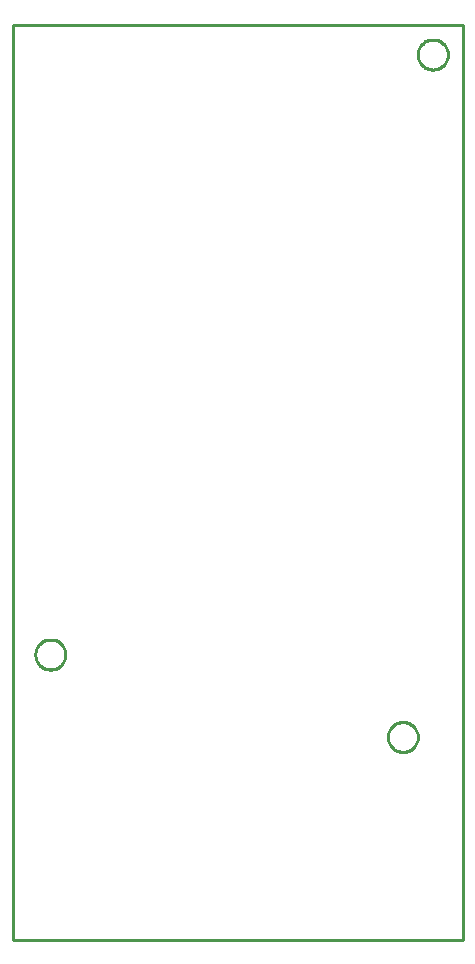
<source format=gbr>
G04 EAGLE Gerber RS-274X export*
G75*
%MOMM*%
%FSLAX34Y34*%
%LPD*%
%IN*%
%IPPOS*%
%AMOC8*
5,1,8,0,0,1.08239X$1,22.5*%
G01*
%ADD10C,0.254000*%


D10*
X0Y0D02*
X381000Y0D01*
X381000Y774700D01*
X0Y774700D01*
X0Y0D01*
X368300Y748801D02*
X368222Y747806D01*
X368066Y746820D01*
X367833Y745850D01*
X367524Y744901D01*
X367142Y743979D01*
X366689Y743090D01*
X366168Y742239D01*
X365581Y741431D01*
X364933Y740673D01*
X364227Y739967D01*
X363469Y739319D01*
X362661Y738732D01*
X361810Y738211D01*
X360921Y737758D01*
X359999Y737376D01*
X359050Y737067D01*
X358080Y736834D01*
X357094Y736678D01*
X356099Y736600D01*
X355101Y736600D01*
X354106Y736678D01*
X353120Y736834D01*
X352150Y737067D01*
X351201Y737376D01*
X350279Y737758D01*
X349390Y738211D01*
X348539Y738732D01*
X347731Y739319D01*
X346973Y739967D01*
X346267Y740673D01*
X345619Y741431D01*
X345032Y742239D01*
X344511Y743090D01*
X344058Y743979D01*
X343676Y744901D01*
X343367Y745850D01*
X343134Y746820D01*
X342978Y747806D01*
X342900Y748801D01*
X342900Y749799D01*
X342978Y750794D01*
X343134Y751780D01*
X343367Y752750D01*
X343676Y753699D01*
X344058Y754621D01*
X344511Y755510D01*
X345032Y756361D01*
X345619Y757169D01*
X346267Y757927D01*
X346973Y758633D01*
X347731Y759281D01*
X348539Y759868D01*
X349390Y760389D01*
X350279Y760842D01*
X351201Y761224D01*
X352150Y761533D01*
X353120Y761766D01*
X354106Y761922D01*
X355101Y762000D01*
X356099Y762000D01*
X357094Y761922D01*
X358080Y761766D01*
X359050Y761533D01*
X359999Y761224D01*
X360921Y760842D01*
X361810Y760389D01*
X362661Y759868D01*
X363469Y759281D01*
X364227Y758633D01*
X364933Y757927D01*
X365581Y757169D01*
X366168Y756361D01*
X366689Y755510D01*
X367142Y754621D01*
X367524Y753699D01*
X367833Y752750D01*
X368066Y751780D01*
X368222Y750794D01*
X368300Y749799D01*
X368300Y748801D01*
X342900Y170951D02*
X342822Y169956D01*
X342666Y168970D01*
X342433Y168000D01*
X342124Y167051D01*
X341742Y166129D01*
X341289Y165240D01*
X340768Y164389D01*
X340181Y163581D01*
X339533Y162823D01*
X338827Y162117D01*
X338069Y161469D01*
X337261Y160882D01*
X336410Y160361D01*
X335521Y159908D01*
X334599Y159526D01*
X333650Y159217D01*
X332680Y158984D01*
X331694Y158828D01*
X330699Y158750D01*
X329701Y158750D01*
X328706Y158828D01*
X327720Y158984D01*
X326750Y159217D01*
X325801Y159526D01*
X324879Y159908D01*
X323990Y160361D01*
X323139Y160882D01*
X322331Y161469D01*
X321573Y162117D01*
X320867Y162823D01*
X320219Y163581D01*
X319632Y164389D01*
X319111Y165240D01*
X318658Y166129D01*
X318276Y167051D01*
X317967Y168000D01*
X317734Y168970D01*
X317578Y169956D01*
X317500Y170951D01*
X317500Y171949D01*
X317578Y172944D01*
X317734Y173930D01*
X317967Y174900D01*
X318276Y175849D01*
X318658Y176771D01*
X319111Y177660D01*
X319632Y178511D01*
X320219Y179319D01*
X320867Y180077D01*
X321573Y180783D01*
X322331Y181431D01*
X323139Y182018D01*
X323990Y182539D01*
X324879Y182992D01*
X325801Y183374D01*
X326750Y183683D01*
X327720Y183916D01*
X328706Y184072D01*
X329701Y184150D01*
X330699Y184150D01*
X331694Y184072D01*
X332680Y183916D01*
X333650Y183683D01*
X334599Y183374D01*
X335521Y182992D01*
X336410Y182539D01*
X337261Y182018D01*
X338069Y181431D01*
X338827Y180783D01*
X339533Y180077D01*
X340181Y179319D01*
X340768Y178511D01*
X341289Y177660D01*
X341742Y176771D01*
X342124Y175849D01*
X342433Y174900D01*
X342666Y173930D01*
X342822Y172944D01*
X342900Y171949D01*
X342900Y170951D01*
X44450Y240801D02*
X44372Y239806D01*
X44216Y238820D01*
X43983Y237850D01*
X43674Y236901D01*
X43292Y235979D01*
X42839Y235090D01*
X42318Y234239D01*
X41731Y233431D01*
X41083Y232673D01*
X40377Y231967D01*
X39619Y231319D01*
X38811Y230732D01*
X37960Y230211D01*
X37071Y229758D01*
X36149Y229376D01*
X35200Y229067D01*
X34230Y228834D01*
X33244Y228678D01*
X32249Y228600D01*
X31251Y228600D01*
X30256Y228678D01*
X29270Y228834D01*
X28300Y229067D01*
X27351Y229376D01*
X26429Y229758D01*
X25540Y230211D01*
X24689Y230732D01*
X23881Y231319D01*
X23123Y231967D01*
X22417Y232673D01*
X21769Y233431D01*
X21182Y234239D01*
X20661Y235090D01*
X20208Y235979D01*
X19826Y236901D01*
X19517Y237850D01*
X19284Y238820D01*
X19128Y239806D01*
X19050Y240801D01*
X19050Y241799D01*
X19128Y242794D01*
X19284Y243780D01*
X19517Y244750D01*
X19826Y245699D01*
X20208Y246621D01*
X20661Y247510D01*
X21182Y248361D01*
X21769Y249169D01*
X22417Y249927D01*
X23123Y250633D01*
X23881Y251281D01*
X24689Y251868D01*
X25540Y252389D01*
X26429Y252842D01*
X27351Y253224D01*
X28300Y253533D01*
X29270Y253766D01*
X30256Y253922D01*
X31251Y254000D01*
X32249Y254000D01*
X33244Y253922D01*
X34230Y253766D01*
X35200Y253533D01*
X36149Y253224D01*
X37071Y252842D01*
X37960Y252389D01*
X38811Y251868D01*
X39619Y251281D01*
X40377Y250633D01*
X41083Y249927D01*
X41731Y249169D01*
X42318Y248361D01*
X42839Y247510D01*
X43292Y246621D01*
X43674Y245699D01*
X43983Y244750D01*
X44216Y243780D01*
X44372Y242794D01*
X44450Y241799D01*
X44450Y240801D01*
M02*

</source>
